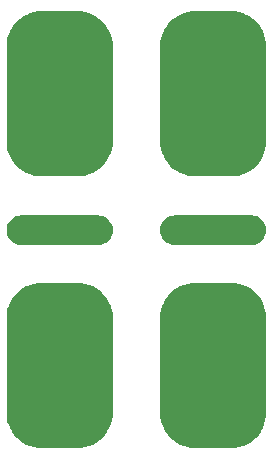
<source format=gbs>
G04 #@! TF.GenerationSoftware,KiCad,Pcbnew,8.0.1*
G04 #@! TF.CreationDate,2024-10-16T00:10:43-06:00*
G04 #@! TF.ProjectId,electrode1,656c6563-7472-46f6-9465-312e6b696361,rev?*
G04 #@! TF.SameCoordinates,Original*
G04 #@! TF.FileFunction,Soldermask,Bot*
G04 #@! TF.FilePolarity,Negative*
%FSLAX46Y46*%
G04 Gerber Fmt 4.6, Leading zero omitted, Abs format (unit mm)*
G04 Created by KiCad (PCBNEW 8.0.1) date 2024-10-16 00:10:43*
%MOMM*%
%LPD*%
G01*
G04 APERTURE LIST*
G04 APERTURE END LIST*
G36*
X167255395Y-93800472D02*
G01*
X167456249Y-93818044D01*
X167477535Y-93821797D01*
X167667047Y-93872576D01*
X167687359Y-93879969D01*
X167865169Y-93962883D01*
X167883887Y-93973690D01*
X168044598Y-94086221D01*
X168061156Y-94100115D01*
X168199884Y-94238843D01*
X168213778Y-94255401D01*
X168326309Y-94416112D01*
X168337116Y-94434830D01*
X168420030Y-94612640D01*
X168427423Y-94632952D01*
X168478202Y-94822464D01*
X168481955Y-94843750D01*
X168499054Y-95039193D01*
X168499054Y-95060807D01*
X168481955Y-95256249D01*
X168478202Y-95277535D01*
X168427423Y-95467047D01*
X168420030Y-95487359D01*
X168337116Y-95665169D01*
X168326309Y-95683887D01*
X168213778Y-95844598D01*
X168199884Y-95861156D01*
X168061156Y-95999884D01*
X168044598Y-96013778D01*
X167883887Y-96126309D01*
X167865169Y-96137116D01*
X167687359Y-96220030D01*
X167667047Y-96227423D01*
X167477535Y-96278202D01*
X167456250Y-96281955D01*
X167255396Y-96299528D01*
X167244588Y-96300000D01*
X160755412Y-96300000D01*
X160744604Y-96299528D01*
X160543749Y-96281955D01*
X160522464Y-96278202D01*
X160332952Y-96227423D01*
X160312640Y-96220030D01*
X160134830Y-96137116D01*
X160116112Y-96126309D01*
X159955401Y-96013778D01*
X159938843Y-95999884D01*
X159800115Y-95861156D01*
X159786221Y-95844598D01*
X159673690Y-95683887D01*
X159662883Y-95665169D01*
X159579969Y-95487359D01*
X159572576Y-95467047D01*
X159521797Y-95277535D01*
X159518044Y-95256249D01*
X159500945Y-95060807D01*
X159500945Y-95039193D01*
X159518044Y-94843750D01*
X159521797Y-94822464D01*
X159572576Y-94632952D01*
X159579969Y-94612640D01*
X159662883Y-94434830D01*
X159673690Y-94416112D01*
X159786221Y-94255401D01*
X159800115Y-94238843D01*
X159938843Y-94100115D01*
X159955401Y-94086221D01*
X160116112Y-93973690D01*
X160134830Y-93962883D01*
X160312640Y-93879969D01*
X160332952Y-93872576D01*
X160522464Y-93821797D01*
X160543750Y-93818044D01*
X160744605Y-93800472D01*
X160755412Y-93800000D01*
X167244588Y-93800000D01*
X167255395Y-93800472D01*
G37*
G36*
X152503471Y-99500195D02*
G01*
X152828940Y-99518472D01*
X152842759Y-99520029D01*
X153160695Y-99574049D01*
X153174252Y-99577143D01*
X153484148Y-99666423D01*
X153497272Y-99671016D01*
X153795215Y-99794427D01*
X153807744Y-99800460D01*
X154090006Y-99956461D01*
X154101780Y-99963860D01*
X154364783Y-100150471D01*
X154375655Y-100159140D01*
X154616127Y-100374039D01*
X154625960Y-100383872D01*
X154840859Y-100624344D01*
X154849528Y-100635216D01*
X155036139Y-100898219D01*
X155043538Y-100909993D01*
X155199539Y-101192255D01*
X155205572Y-101204784D01*
X155328983Y-101502727D01*
X155333576Y-101515851D01*
X155422856Y-101825747D01*
X155425950Y-101839304D01*
X155479970Y-102157240D01*
X155481527Y-102171058D01*
X155499805Y-102496527D01*
X155500000Y-102503480D01*
X155500000Y-110496519D01*
X155499805Y-110503472D01*
X155481527Y-110828941D01*
X155479970Y-110842759D01*
X155425950Y-111160695D01*
X155422856Y-111174252D01*
X155333576Y-111484148D01*
X155328983Y-111497272D01*
X155205572Y-111795215D01*
X155199539Y-111807744D01*
X155043538Y-112090006D01*
X155036139Y-112101780D01*
X154849528Y-112364783D01*
X154840859Y-112375655D01*
X154625960Y-112616127D01*
X154616127Y-112625960D01*
X154375655Y-112840859D01*
X154364783Y-112849528D01*
X154101780Y-113036139D01*
X154090006Y-113043538D01*
X153807744Y-113199539D01*
X153795215Y-113205572D01*
X153497272Y-113328983D01*
X153484148Y-113333576D01*
X153174252Y-113422856D01*
X153160695Y-113425950D01*
X152842759Y-113479970D01*
X152828941Y-113481527D01*
X152503472Y-113499805D01*
X152496519Y-113500000D01*
X149503481Y-113500000D01*
X149496528Y-113499805D01*
X149171058Y-113481527D01*
X149157240Y-113479970D01*
X148839304Y-113425950D01*
X148825747Y-113422856D01*
X148515851Y-113333576D01*
X148502727Y-113328983D01*
X148204784Y-113205572D01*
X148192255Y-113199539D01*
X147909993Y-113043538D01*
X147898219Y-113036139D01*
X147635216Y-112849528D01*
X147624344Y-112840859D01*
X147383872Y-112625960D01*
X147374039Y-112616127D01*
X147159140Y-112375655D01*
X147150471Y-112364783D01*
X146963860Y-112101780D01*
X146956461Y-112090006D01*
X146800460Y-111807744D01*
X146794427Y-111795215D01*
X146671016Y-111497272D01*
X146666423Y-111484148D01*
X146577143Y-111174252D01*
X146574049Y-111160695D01*
X146520029Y-110842759D01*
X146518472Y-110828940D01*
X146500195Y-110503471D01*
X146500000Y-110496519D01*
X146500000Y-102503480D01*
X146500195Y-102496528D01*
X146518472Y-102171059D01*
X146520029Y-102157240D01*
X146574049Y-101839304D01*
X146577143Y-101825747D01*
X146666423Y-101515851D01*
X146671016Y-101502727D01*
X146794427Y-101204784D01*
X146800460Y-101192255D01*
X146956461Y-100909993D01*
X146963860Y-100898219D01*
X147150471Y-100635216D01*
X147159140Y-100624344D01*
X147374039Y-100383872D01*
X147383872Y-100374039D01*
X147624344Y-100159140D01*
X147635216Y-100150471D01*
X147898219Y-99963860D01*
X147909993Y-99956461D01*
X148192255Y-99800460D01*
X148204784Y-99794427D01*
X148502727Y-99671016D01*
X148515851Y-99666423D01*
X148825747Y-99577143D01*
X148839304Y-99574049D01*
X149157240Y-99520029D01*
X149171059Y-99518472D01*
X149496529Y-99500195D01*
X149503481Y-99500000D01*
X152496519Y-99500000D01*
X152503471Y-99500195D01*
G37*
G36*
X165503471Y-99500195D02*
G01*
X165828940Y-99518472D01*
X165842759Y-99520029D01*
X166160695Y-99574049D01*
X166174252Y-99577143D01*
X166484148Y-99666423D01*
X166497272Y-99671016D01*
X166795215Y-99794427D01*
X166807744Y-99800460D01*
X167090006Y-99956461D01*
X167101780Y-99963860D01*
X167364783Y-100150471D01*
X167375655Y-100159140D01*
X167616127Y-100374039D01*
X167625960Y-100383872D01*
X167840859Y-100624344D01*
X167849528Y-100635216D01*
X168036139Y-100898219D01*
X168043538Y-100909993D01*
X168199539Y-101192255D01*
X168205572Y-101204784D01*
X168328983Y-101502727D01*
X168333576Y-101515851D01*
X168422856Y-101825747D01*
X168425950Y-101839304D01*
X168479970Y-102157240D01*
X168481527Y-102171058D01*
X168499805Y-102496527D01*
X168500000Y-102503480D01*
X168500000Y-110496519D01*
X168499805Y-110503472D01*
X168481527Y-110828941D01*
X168479970Y-110842759D01*
X168425950Y-111160695D01*
X168422856Y-111174252D01*
X168333576Y-111484148D01*
X168328983Y-111497272D01*
X168205572Y-111795215D01*
X168199539Y-111807744D01*
X168043538Y-112090006D01*
X168036139Y-112101780D01*
X167849528Y-112364783D01*
X167840859Y-112375655D01*
X167625960Y-112616127D01*
X167616127Y-112625960D01*
X167375655Y-112840859D01*
X167364783Y-112849528D01*
X167101780Y-113036139D01*
X167090006Y-113043538D01*
X166807744Y-113199539D01*
X166795215Y-113205572D01*
X166497272Y-113328983D01*
X166484148Y-113333576D01*
X166174252Y-113422856D01*
X166160695Y-113425950D01*
X165842759Y-113479970D01*
X165828941Y-113481527D01*
X165503472Y-113499805D01*
X165496519Y-113500000D01*
X162503481Y-113500000D01*
X162496528Y-113499805D01*
X162171058Y-113481527D01*
X162157240Y-113479970D01*
X161839304Y-113425950D01*
X161825747Y-113422856D01*
X161515851Y-113333576D01*
X161502727Y-113328983D01*
X161204784Y-113205572D01*
X161192255Y-113199539D01*
X160909993Y-113043538D01*
X160898219Y-113036139D01*
X160635216Y-112849528D01*
X160624344Y-112840859D01*
X160383872Y-112625960D01*
X160374039Y-112616127D01*
X160159140Y-112375655D01*
X160150471Y-112364783D01*
X159963860Y-112101780D01*
X159956461Y-112090006D01*
X159800460Y-111807744D01*
X159794427Y-111795215D01*
X159671016Y-111497272D01*
X159666423Y-111484148D01*
X159577143Y-111174252D01*
X159574049Y-111160695D01*
X159520029Y-110842759D01*
X159518472Y-110828940D01*
X159500195Y-110503471D01*
X159500000Y-110496519D01*
X159500000Y-102503480D01*
X159500195Y-102496528D01*
X159518472Y-102171059D01*
X159520029Y-102157240D01*
X159574049Y-101839304D01*
X159577143Y-101825747D01*
X159666423Y-101515851D01*
X159671016Y-101502727D01*
X159794427Y-101204784D01*
X159800460Y-101192255D01*
X159956461Y-100909993D01*
X159963860Y-100898219D01*
X160150471Y-100635216D01*
X160159140Y-100624344D01*
X160374039Y-100383872D01*
X160383872Y-100374039D01*
X160624344Y-100159140D01*
X160635216Y-100150471D01*
X160898219Y-99963860D01*
X160909993Y-99956461D01*
X161192255Y-99800460D01*
X161204784Y-99794427D01*
X161502727Y-99671016D01*
X161515851Y-99666423D01*
X161825747Y-99577143D01*
X161839304Y-99574049D01*
X162157240Y-99520029D01*
X162171059Y-99518472D01*
X162496529Y-99500195D01*
X162503481Y-99500000D01*
X165496519Y-99500000D01*
X165503471Y-99500195D01*
G37*
G36*
X165503471Y-76500195D02*
G01*
X165828940Y-76518472D01*
X165842759Y-76520029D01*
X166160695Y-76574049D01*
X166174252Y-76577143D01*
X166484148Y-76666423D01*
X166497272Y-76671016D01*
X166795215Y-76794427D01*
X166807744Y-76800460D01*
X167090006Y-76956461D01*
X167101780Y-76963860D01*
X167364783Y-77150471D01*
X167375655Y-77159140D01*
X167616127Y-77374039D01*
X167625960Y-77383872D01*
X167840859Y-77624344D01*
X167849528Y-77635216D01*
X168036139Y-77898219D01*
X168043538Y-77909993D01*
X168199539Y-78192255D01*
X168205572Y-78204784D01*
X168328983Y-78502727D01*
X168333576Y-78515851D01*
X168422856Y-78825747D01*
X168425950Y-78839304D01*
X168479970Y-79157240D01*
X168481527Y-79171058D01*
X168499805Y-79496527D01*
X168500000Y-79503480D01*
X168500000Y-87496519D01*
X168499805Y-87503472D01*
X168481527Y-87828941D01*
X168479970Y-87842759D01*
X168425950Y-88160695D01*
X168422856Y-88174252D01*
X168333576Y-88484148D01*
X168328983Y-88497272D01*
X168205572Y-88795215D01*
X168199539Y-88807744D01*
X168043538Y-89090006D01*
X168036139Y-89101780D01*
X167849528Y-89364783D01*
X167840859Y-89375655D01*
X167625960Y-89616127D01*
X167616127Y-89625960D01*
X167375655Y-89840859D01*
X167364783Y-89849528D01*
X167101780Y-90036139D01*
X167090006Y-90043538D01*
X166807744Y-90199539D01*
X166795215Y-90205572D01*
X166497272Y-90328983D01*
X166484148Y-90333576D01*
X166174252Y-90422856D01*
X166160695Y-90425950D01*
X165842759Y-90479970D01*
X165828941Y-90481527D01*
X165503472Y-90499805D01*
X165496519Y-90500000D01*
X162503481Y-90500000D01*
X162496528Y-90499805D01*
X162171058Y-90481527D01*
X162157240Y-90479970D01*
X161839304Y-90425950D01*
X161825747Y-90422856D01*
X161515851Y-90333576D01*
X161502727Y-90328983D01*
X161204784Y-90205572D01*
X161192255Y-90199539D01*
X160909993Y-90043538D01*
X160898219Y-90036139D01*
X160635216Y-89849528D01*
X160624344Y-89840859D01*
X160383872Y-89625960D01*
X160374039Y-89616127D01*
X160159140Y-89375655D01*
X160150471Y-89364783D01*
X159963860Y-89101780D01*
X159956461Y-89090006D01*
X159800460Y-88807744D01*
X159794427Y-88795215D01*
X159671016Y-88497272D01*
X159666423Y-88484148D01*
X159577143Y-88174252D01*
X159574049Y-88160695D01*
X159520029Y-87842759D01*
X159518472Y-87828940D01*
X159500195Y-87503471D01*
X159500000Y-87496519D01*
X159500000Y-79503480D01*
X159500195Y-79496528D01*
X159518472Y-79171059D01*
X159520029Y-79157240D01*
X159574049Y-78839304D01*
X159577143Y-78825747D01*
X159666423Y-78515851D01*
X159671016Y-78502727D01*
X159794427Y-78204784D01*
X159800460Y-78192255D01*
X159956461Y-77909993D01*
X159963860Y-77898219D01*
X160150471Y-77635216D01*
X160159140Y-77624344D01*
X160374039Y-77383872D01*
X160383872Y-77374039D01*
X160624344Y-77159140D01*
X160635216Y-77150471D01*
X160898219Y-76963860D01*
X160909993Y-76956461D01*
X161192255Y-76800460D01*
X161204784Y-76794427D01*
X161502727Y-76671016D01*
X161515851Y-76666423D01*
X161825747Y-76577143D01*
X161839304Y-76574049D01*
X162157240Y-76520029D01*
X162171059Y-76518472D01*
X162496529Y-76500195D01*
X162503481Y-76500000D01*
X165496519Y-76500000D01*
X165503471Y-76500195D01*
G37*
G36*
X154255395Y-93800472D02*
G01*
X154456249Y-93818044D01*
X154477535Y-93821797D01*
X154667047Y-93872576D01*
X154687359Y-93879969D01*
X154865169Y-93962883D01*
X154883887Y-93973690D01*
X155044598Y-94086221D01*
X155061156Y-94100115D01*
X155199884Y-94238843D01*
X155213778Y-94255401D01*
X155326309Y-94416112D01*
X155337116Y-94434830D01*
X155420030Y-94612640D01*
X155427423Y-94632952D01*
X155478202Y-94822464D01*
X155481955Y-94843750D01*
X155499054Y-95039193D01*
X155499054Y-95060807D01*
X155481955Y-95256249D01*
X155478202Y-95277535D01*
X155427423Y-95467047D01*
X155420030Y-95487359D01*
X155337116Y-95665169D01*
X155326309Y-95683887D01*
X155213778Y-95844598D01*
X155199884Y-95861156D01*
X155061156Y-95999884D01*
X155044598Y-96013778D01*
X154883887Y-96126309D01*
X154865169Y-96137116D01*
X154687359Y-96220030D01*
X154667047Y-96227423D01*
X154477535Y-96278202D01*
X154456250Y-96281955D01*
X154255396Y-96299528D01*
X154244588Y-96300000D01*
X147755412Y-96300000D01*
X147744604Y-96299528D01*
X147543749Y-96281955D01*
X147522464Y-96278202D01*
X147332952Y-96227423D01*
X147312640Y-96220030D01*
X147134830Y-96137116D01*
X147116112Y-96126309D01*
X146955401Y-96013778D01*
X146938843Y-95999884D01*
X146800115Y-95861156D01*
X146786221Y-95844598D01*
X146673690Y-95683887D01*
X146662883Y-95665169D01*
X146579969Y-95487359D01*
X146572576Y-95467047D01*
X146521797Y-95277535D01*
X146518044Y-95256249D01*
X146500945Y-95060807D01*
X146500945Y-95039193D01*
X146518044Y-94843750D01*
X146521797Y-94822464D01*
X146572576Y-94632952D01*
X146579969Y-94612640D01*
X146662883Y-94434830D01*
X146673690Y-94416112D01*
X146786221Y-94255401D01*
X146800115Y-94238843D01*
X146938843Y-94100115D01*
X146955401Y-94086221D01*
X147116112Y-93973690D01*
X147134830Y-93962883D01*
X147312640Y-93879969D01*
X147332952Y-93872576D01*
X147522464Y-93821797D01*
X147543750Y-93818044D01*
X147744605Y-93800472D01*
X147755412Y-93800000D01*
X154244588Y-93800000D01*
X154255395Y-93800472D01*
G37*
G36*
X152503471Y-76500195D02*
G01*
X152828940Y-76518472D01*
X152842759Y-76520029D01*
X153160695Y-76574049D01*
X153174252Y-76577143D01*
X153484148Y-76666423D01*
X153497272Y-76671016D01*
X153795215Y-76794427D01*
X153807744Y-76800460D01*
X154090006Y-76956461D01*
X154101780Y-76963860D01*
X154364783Y-77150471D01*
X154375655Y-77159140D01*
X154616127Y-77374039D01*
X154625960Y-77383872D01*
X154840859Y-77624344D01*
X154849528Y-77635216D01*
X155036139Y-77898219D01*
X155043538Y-77909993D01*
X155199539Y-78192255D01*
X155205572Y-78204784D01*
X155328983Y-78502727D01*
X155333576Y-78515851D01*
X155422856Y-78825747D01*
X155425950Y-78839304D01*
X155479970Y-79157240D01*
X155481527Y-79171058D01*
X155499805Y-79496527D01*
X155500000Y-79503480D01*
X155500000Y-87496519D01*
X155499805Y-87503472D01*
X155481527Y-87828941D01*
X155479970Y-87842759D01*
X155425950Y-88160695D01*
X155422856Y-88174252D01*
X155333576Y-88484148D01*
X155328983Y-88497272D01*
X155205572Y-88795215D01*
X155199539Y-88807744D01*
X155043538Y-89090006D01*
X155036139Y-89101780D01*
X154849528Y-89364783D01*
X154840859Y-89375655D01*
X154625960Y-89616127D01*
X154616127Y-89625960D01*
X154375655Y-89840859D01*
X154364783Y-89849528D01*
X154101780Y-90036139D01*
X154090006Y-90043538D01*
X153807744Y-90199539D01*
X153795215Y-90205572D01*
X153497272Y-90328983D01*
X153484148Y-90333576D01*
X153174252Y-90422856D01*
X153160695Y-90425950D01*
X152842759Y-90479970D01*
X152828941Y-90481527D01*
X152503472Y-90499805D01*
X152496519Y-90500000D01*
X149503481Y-90500000D01*
X149496528Y-90499805D01*
X149171058Y-90481527D01*
X149157240Y-90479970D01*
X148839304Y-90425950D01*
X148825747Y-90422856D01*
X148515851Y-90333576D01*
X148502727Y-90328983D01*
X148204784Y-90205572D01*
X148192255Y-90199539D01*
X147909993Y-90043538D01*
X147898219Y-90036139D01*
X147635216Y-89849528D01*
X147624344Y-89840859D01*
X147383872Y-89625960D01*
X147374039Y-89616127D01*
X147159140Y-89375655D01*
X147150471Y-89364783D01*
X146963860Y-89101780D01*
X146956461Y-89090006D01*
X146800460Y-88807744D01*
X146794427Y-88795215D01*
X146671016Y-88497272D01*
X146666423Y-88484148D01*
X146577143Y-88174252D01*
X146574049Y-88160695D01*
X146520029Y-87842759D01*
X146518472Y-87828940D01*
X146500195Y-87503471D01*
X146500000Y-87496519D01*
X146500000Y-79503480D01*
X146500195Y-79496528D01*
X146518472Y-79171059D01*
X146520029Y-79157240D01*
X146574049Y-78839304D01*
X146577143Y-78825747D01*
X146666423Y-78515851D01*
X146671016Y-78502727D01*
X146794427Y-78204784D01*
X146800460Y-78192255D01*
X146956461Y-77909993D01*
X146963860Y-77898219D01*
X147150471Y-77635216D01*
X147159140Y-77624344D01*
X147374039Y-77383872D01*
X147383872Y-77374039D01*
X147624344Y-77159140D01*
X147635216Y-77150471D01*
X147898219Y-76963860D01*
X147909993Y-76956461D01*
X148192255Y-76800460D01*
X148204784Y-76794427D01*
X148502727Y-76671016D01*
X148515851Y-76666423D01*
X148825747Y-76577143D01*
X148839304Y-76574049D01*
X149157240Y-76520029D01*
X149171059Y-76518472D01*
X149496529Y-76500195D01*
X149503481Y-76500000D01*
X152496519Y-76500000D01*
X152503471Y-76500195D01*
G37*
M02*

</source>
